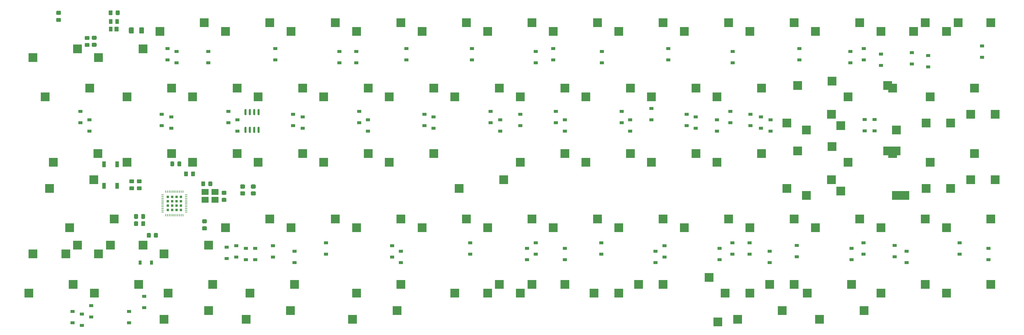
<source format=gbp>
G04 #@! TF.GenerationSoftware,KiCad,Pcbnew,(5.1.10-1-10_14)*
G04 #@! TF.CreationDate,2022-01-21T05:32:34+09:00*
G04 #@! TF.ProjectId,Jones,4a6f6e65-732e-46b6-9963-61645f706362,v.1.01 (042)*
G04 #@! TF.SameCoordinates,Original*
G04 #@! TF.FileFunction,Paste,Bot*
G04 #@! TF.FilePolarity,Positive*
%FSLAX46Y46*%
G04 Gerber Fmt 4.6, Leading zero omitted, Abs format (unit mm)*
G04 Created by KiCad (PCBNEW (5.1.10-1-10_14)) date 2022-01-21 05:32:34*
%MOMM*%
%LPD*%
G01*
G04 APERTURE LIST*
%ADD10R,2.550000X2.500000*%
%ADD11R,0.900000X1.200000*%
%ADD12R,2.100000X1.800000*%
%ADD13R,1.200000X0.900000*%
%ADD14R,1.000000X1.700000*%
%ADD15R,2.500000X2.550000*%
%ADD16R,1.200000X1.400000*%
%ADD17R,1.000000X1.400000*%
%ADD18R,0.250000X0.700000*%
%ADD19R,0.700000X0.250000*%
%ADD20R,0.772500X0.772500*%
G04 APERTURE END LIST*
D10*
X291391160Y-105435400D03*
X304318160Y-102895400D03*
X24690040Y-105435400D03*
X37617040Y-102895400D03*
X291391160Y-86385320D03*
X304318160Y-83845320D03*
D11*
X57050000Y-96500000D03*
X60350000Y-96500000D03*
G36*
G01*
X87545000Y-51850000D02*
X87845000Y-51850000D01*
G75*
G02*
X87995000Y-52000000I0J-150000D01*
G01*
X87995000Y-53450000D01*
G75*
G02*
X87845000Y-53600000I-150000J0D01*
G01*
X87545000Y-53600000D01*
G75*
G02*
X87395000Y-53450000I0J150000D01*
G01*
X87395000Y-52000000D01*
G75*
G02*
X87545000Y-51850000I150000J0D01*
G01*
G37*
G36*
G01*
X88815000Y-51850000D02*
X89115000Y-51850000D01*
G75*
G02*
X89265000Y-52000000I0J-150000D01*
G01*
X89265000Y-53450000D01*
G75*
G02*
X89115000Y-53600000I-150000J0D01*
G01*
X88815000Y-53600000D01*
G75*
G02*
X88665000Y-53450000I0J150000D01*
G01*
X88665000Y-52000000D01*
G75*
G02*
X88815000Y-51850000I150000J0D01*
G01*
G37*
G36*
G01*
X90085000Y-51850000D02*
X90385000Y-51850000D01*
G75*
G02*
X90535000Y-52000000I0J-150000D01*
G01*
X90535000Y-53450000D01*
G75*
G02*
X90385000Y-53600000I-150000J0D01*
G01*
X90085000Y-53600000D01*
G75*
G02*
X89935000Y-53450000I0J150000D01*
G01*
X89935000Y-52000000D01*
G75*
G02*
X90085000Y-51850000I150000J0D01*
G01*
G37*
G36*
G01*
X91355000Y-51850000D02*
X91655000Y-51850000D01*
G75*
G02*
X91805000Y-52000000I0J-150000D01*
G01*
X91805000Y-53450000D01*
G75*
G02*
X91655000Y-53600000I-150000J0D01*
G01*
X91355000Y-53600000D01*
G75*
G02*
X91205000Y-53450000I0J150000D01*
G01*
X91205000Y-52000000D01*
G75*
G02*
X91355000Y-51850000I150000J0D01*
G01*
G37*
G36*
G01*
X91355000Y-57000000D02*
X91655000Y-57000000D01*
G75*
G02*
X91805000Y-57150000I0J-150000D01*
G01*
X91805000Y-58600000D01*
G75*
G02*
X91655000Y-58750000I-150000J0D01*
G01*
X91355000Y-58750000D01*
G75*
G02*
X91205000Y-58600000I0J150000D01*
G01*
X91205000Y-57150000D01*
G75*
G02*
X91355000Y-57000000I150000J0D01*
G01*
G37*
G36*
G01*
X90085000Y-57000000D02*
X90385000Y-57000000D01*
G75*
G02*
X90535000Y-57150000I0J-150000D01*
G01*
X90535000Y-58600000D01*
G75*
G02*
X90385000Y-58750000I-150000J0D01*
G01*
X90085000Y-58750000D01*
G75*
G02*
X89935000Y-58600000I0J150000D01*
G01*
X89935000Y-57150000D01*
G75*
G02*
X90085000Y-57000000I150000J0D01*
G01*
G37*
G36*
G01*
X88815000Y-57000000D02*
X89115000Y-57000000D01*
G75*
G02*
X89265000Y-57150000I0J-150000D01*
G01*
X89265000Y-58600000D01*
G75*
G02*
X89115000Y-58750000I-150000J0D01*
G01*
X88815000Y-58750000D01*
G75*
G02*
X88665000Y-58600000I0J150000D01*
G01*
X88665000Y-57150000D01*
G75*
G02*
X88815000Y-57000000I150000J0D01*
G01*
G37*
G36*
G01*
X87545000Y-57000000D02*
X87845000Y-57000000D01*
G75*
G02*
X87995000Y-57150000I0J-150000D01*
G01*
X87995000Y-58600000D01*
G75*
G02*
X87845000Y-58750000I-150000J0D01*
G01*
X87545000Y-58750000D01*
G75*
G02*
X87395000Y-58600000I0J150000D01*
G01*
X87395000Y-57150000D01*
G75*
G02*
X87545000Y-57000000I150000J0D01*
G01*
G37*
D10*
X81840000Y-86385280D03*
X94767000Y-83845280D03*
X76960000Y-91465280D03*
X64033000Y-94005280D03*
D12*
X78812889Y-75971501D03*
X75912889Y-75971501D03*
X75912889Y-78271501D03*
X78812889Y-78271501D03*
D13*
X270500000Y-54850000D03*
X270500000Y-58150000D03*
G36*
G01*
X81890041Y-78850400D02*
X80990039Y-78850400D01*
G75*
G02*
X80740040Y-78600401I0J249999D01*
G01*
X80740040Y-77950399D01*
G75*
G02*
X80990039Y-77700400I249999J0D01*
G01*
X81890041Y-77700400D01*
G75*
G02*
X82140040Y-77950399I0J-249999D01*
G01*
X82140040Y-78600401D01*
G75*
G02*
X81890041Y-78850400I-249999J0D01*
G01*
G37*
G36*
G01*
X81890041Y-76800400D02*
X80990039Y-76800400D01*
G75*
G02*
X80740040Y-76550401I0J249999D01*
G01*
X80740040Y-75900399D01*
G75*
G02*
X80990039Y-75650400I249999J0D01*
G01*
X81890041Y-75650400D01*
G75*
G02*
X82140040Y-75900399I0J-249999D01*
G01*
X82140040Y-76550401D01*
G75*
G02*
X81890041Y-76800400I-249999J0D01*
G01*
G37*
D14*
X46550040Y-67920400D03*
X46550040Y-74220400D03*
X50350040Y-67920400D03*
X50350040Y-74220400D03*
G36*
G01*
X74825000Y-74050001D02*
X74825000Y-73149999D01*
G75*
G02*
X75074999Y-72900000I249999J0D01*
G01*
X75725001Y-72900000D01*
G75*
G02*
X75975000Y-73149999I0J-249999D01*
G01*
X75975000Y-74050001D01*
G75*
G02*
X75725001Y-74300000I-249999J0D01*
G01*
X75074999Y-74300000D01*
G75*
G02*
X74825000Y-74050001I0J249999D01*
G01*
G37*
G36*
G01*
X76875000Y-74050001D02*
X76875000Y-73149999D01*
G75*
G02*
X77124999Y-72900000I249999J0D01*
G01*
X77775001Y-72900000D01*
G75*
G02*
X78025000Y-73149999I0J-249999D01*
G01*
X78025000Y-74050001D01*
G75*
G02*
X77775001Y-74300000I-249999J0D01*
G01*
X77124999Y-74300000D01*
G75*
G02*
X76875000Y-74050001I0J249999D01*
G01*
G37*
G36*
G01*
X70950000Y-70249999D02*
X70950000Y-71150001D01*
G75*
G02*
X70700001Y-71400000I-249999J0D01*
G01*
X70049999Y-71400000D01*
G75*
G02*
X69800000Y-71150001I0J249999D01*
G01*
X69800000Y-70249999D01*
G75*
G02*
X70049999Y-70000000I249999J0D01*
G01*
X70700001Y-70000000D01*
G75*
G02*
X70950000Y-70249999I0J-249999D01*
G01*
G37*
G36*
G01*
X73000000Y-70249999D02*
X73000000Y-71150001D01*
G75*
G02*
X72750001Y-71400000I-249999J0D01*
G01*
X72099999Y-71400000D01*
G75*
G02*
X71850000Y-71150001I0J249999D01*
G01*
X71850000Y-70249999D01*
G75*
G02*
X72099999Y-70000000I249999J0D01*
G01*
X72750001Y-70000000D01*
G75*
G02*
X73000000Y-70249999I0J-249999D01*
G01*
G37*
D15*
X222433790Y-100890400D03*
X224973790Y-113817400D03*
D16*
X50195000Y-28575040D03*
D17*
X48475000Y-28575040D03*
X48475000Y-26375040D03*
X50375000Y-26375040D03*
G36*
G01*
X32899999Y-23250000D02*
X33800001Y-23250000D01*
G75*
G02*
X34050000Y-23499999I0J-249999D01*
G01*
X34050000Y-24150001D01*
G75*
G02*
X33800001Y-24400000I-249999J0D01*
G01*
X32899999Y-24400000D01*
G75*
G02*
X32650000Y-24150001I0J249999D01*
G01*
X32650000Y-23499999D01*
G75*
G02*
X32899999Y-23250000I249999J0D01*
G01*
G37*
G36*
G01*
X32899999Y-25300000D02*
X33800001Y-25300000D01*
G75*
G02*
X34050000Y-25549999I0J-249999D01*
G01*
X34050000Y-26200001D01*
G75*
G02*
X33800001Y-26450000I-249999J0D01*
G01*
X32899999Y-26450000D01*
G75*
G02*
X32650000Y-26200001I0J249999D01*
G01*
X32650000Y-25549999D01*
G75*
G02*
X32899999Y-25300000I249999J0D01*
G01*
G37*
G36*
G01*
X58187500Y-28325000D02*
X58187500Y-29575000D01*
G75*
G02*
X57937500Y-29825000I-250000J0D01*
G01*
X57012500Y-29825000D01*
G75*
G02*
X56762500Y-29575000I0J250000D01*
G01*
X56762500Y-28325000D01*
G75*
G02*
X57012500Y-28075000I250000J0D01*
G01*
X57937500Y-28075000D01*
G75*
G02*
X58187500Y-28325000I0J-250000D01*
G01*
G37*
G36*
G01*
X55212500Y-28325000D02*
X55212500Y-29575000D01*
G75*
G02*
X54962500Y-29825000I-250000J0D01*
G01*
X54037500Y-29825000D01*
G75*
G02*
X53787500Y-29575000I0J250000D01*
G01*
X53787500Y-28325000D01*
G75*
G02*
X54037500Y-28075000I250000J0D01*
G01*
X54962500Y-28075000D01*
G75*
G02*
X55212500Y-28325000I0J-250000D01*
G01*
G37*
G36*
G01*
X75299999Y-83950000D02*
X76200001Y-83950000D01*
G75*
G02*
X76450000Y-84199999I0J-249999D01*
G01*
X76450000Y-84850001D01*
G75*
G02*
X76200001Y-85100000I-249999J0D01*
G01*
X75299999Y-85100000D01*
G75*
G02*
X75050000Y-84850001I0J249999D01*
G01*
X75050000Y-84199999D01*
G75*
G02*
X75299999Y-83950000I249999J0D01*
G01*
G37*
G36*
G01*
X75299999Y-86000000D02*
X76200001Y-86000000D01*
G75*
G02*
X76450000Y-86249999I0J-249999D01*
G01*
X76450000Y-86900001D01*
G75*
G02*
X76200001Y-87150000I-249999J0D01*
G01*
X75299999Y-87150000D01*
G75*
G02*
X75050000Y-86900001I0J249999D01*
G01*
X75050000Y-86249999D01*
G75*
G02*
X75299999Y-86000000I249999J0D01*
G01*
G37*
G36*
G01*
X57350000Y-83550001D02*
X57350000Y-82649999D01*
G75*
G02*
X57599999Y-82400000I249999J0D01*
G01*
X58250001Y-82400000D01*
G75*
G02*
X58500000Y-82649999I0J-249999D01*
G01*
X58500000Y-83550001D01*
G75*
G02*
X58250001Y-83800000I-249999J0D01*
G01*
X57599999Y-83800000D01*
G75*
G02*
X57350000Y-83550001I0J249999D01*
G01*
G37*
G36*
G01*
X55300000Y-83550001D02*
X55300000Y-82649999D01*
G75*
G02*
X55549999Y-82400000I249999J0D01*
G01*
X56200001Y-82400000D01*
G75*
G02*
X56450000Y-82649999I0J-249999D01*
G01*
X56450000Y-83550001D01*
G75*
G02*
X56200001Y-83800000I-249999J0D01*
G01*
X55549999Y-83800000D01*
G75*
G02*
X55300000Y-83550001I0J249999D01*
G01*
G37*
G36*
G01*
X69025000Y-67349999D02*
X69025000Y-68250001D01*
G75*
G02*
X68775001Y-68500000I-249999J0D01*
G01*
X68124999Y-68500000D01*
G75*
G02*
X67875000Y-68250001I0J249999D01*
G01*
X67875000Y-67349999D01*
G75*
G02*
X68124999Y-67100000I249999J0D01*
G01*
X68775001Y-67100000D01*
G75*
G02*
X69025000Y-67349999I0J-249999D01*
G01*
G37*
G36*
G01*
X66975000Y-67349999D02*
X66975000Y-68250001D01*
G75*
G02*
X66725001Y-68500000I-249999J0D01*
G01*
X66074999Y-68500000D01*
G75*
G02*
X65825000Y-68250001I0J249999D01*
G01*
X65825000Y-67349999D01*
G75*
G02*
X66074999Y-67100000I249999J0D01*
G01*
X66725001Y-67100000D01*
G75*
G02*
X66975000Y-67349999I0J-249999D01*
G01*
G37*
G36*
G01*
X42100001Y-31700000D02*
X41199999Y-31700000D01*
G75*
G02*
X40950000Y-31450001I0J249999D01*
G01*
X40950000Y-30799999D01*
G75*
G02*
X41199999Y-30550000I249999J0D01*
G01*
X42100001Y-30550000D01*
G75*
G02*
X42350000Y-30799999I0J-249999D01*
G01*
X42350000Y-31450001D01*
G75*
G02*
X42100001Y-31700000I-249999J0D01*
G01*
G37*
G36*
G01*
X42100001Y-33750000D02*
X41199999Y-33750000D01*
G75*
G02*
X40950000Y-33500001I0J249999D01*
G01*
X40950000Y-32849999D01*
G75*
G02*
X41199999Y-32600000I249999J0D01*
G01*
X42100001Y-32600000D01*
G75*
G02*
X42350000Y-32849999I0J-249999D01*
G01*
X42350000Y-33500001D01*
G75*
G02*
X42100001Y-33750000I-249999J0D01*
G01*
G37*
G36*
G01*
X44150001Y-33700000D02*
X43249999Y-33700000D01*
G75*
G02*
X43000000Y-33450001I0J249999D01*
G01*
X43000000Y-32799999D01*
G75*
G02*
X43249999Y-32550000I249999J0D01*
G01*
X44150001Y-32550000D01*
G75*
G02*
X44400000Y-32799999I0J-249999D01*
G01*
X44400000Y-33450001D01*
G75*
G02*
X44150001Y-33700000I-249999J0D01*
G01*
G37*
G36*
G01*
X44150001Y-31650000D02*
X43249999Y-31650000D01*
G75*
G02*
X43000000Y-31400001I0J249999D01*
G01*
X43000000Y-30749999D01*
G75*
G02*
X43249999Y-30500000I249999J0D01*
G01*
X44150001Y-30500000D01*
G75*
G02*
X44400000Y-30749999I0J-249999D01*
G01*
X44400000Y-31400001D01*
G75*
G02*
X44150001Y-31650000I-249999J0D01*
G01*
G37*
G36*
G01*
X54149999Y-74350000D02*
X55050001Y-74350000D01*
G75*
G02*
X55300000Y-74599999I0J-249999D01*
G01*
X55300000Y-75250001D01*
G75*
G02*
X55050001Y-75500000I-249999J0D01*
G01*
X54149999Y-75500000D01*
G75*
G02*
X53900000Y-75250001I0J249999D01*
G01*
X53900000Y-74599999D01*
G75*
G02*
X54149999Y-74350000I249999J0D01*
G01*
G37*
G36*
G01*
X54149999Y-72300000D02*
X55050001Y-72300000D01*
G75*
G02*
X55300000Y-72549999I0J-249999D01*
G01*
X55300000Y-73200001D01*
G75*
G02*
X55050001Y-73450000I-249999J0D01*
G01*
X54149999Y-73450000D01*
G75*
G02*
X53900000Y-73200001I0J249999D01*
G01*
X53900000Y-72549999D01*
G75*
G02*
X54149999Y-72300000I249999J0D01*
G01*
G37*
G36*
G01*
X55300000Y-85650001D02*
X55300000Y-84749999D01*
G75*
G02*
X55549999Y-84500000I249999J0D01*
G01*
X56200001Y-84500000D01*
G75*
G02*
X56450000Y-84749999I0J-249999D01*
G01*
X56450000Y-85650001D01*
G75*
G02*
X56200001Y-85900000I-249999J0D01*
G01*
X55549999Y-85900000D01*
G75*
G02*
X55300000Y-85650001I0J249999D01*
G01*
G37*
G36*
G01*
X57350000Y-85650001D02*
X57350000Y-84749999D01*
G75*
G02*
X57599999Y-84500000I249999J0D01*
G01*
X58250001Y-84500000D01*
G75*
G02*
X58500000Y-84749999I0J-249999D01*
G01*
X58500000Y-85650001D01*
G75*
G02*
X58250001Y-85900000I-249999J0D01*
G01*
X57599999Y-85900000D01*
G75*
G02*
X57350000Y-85650001I0J249999D01*
G01*
G37*
G36*
G01*
X49950000Y-24250041D02*
X49950000Y-23350039D01*
G75*
G02*
X50199999Y-23100040I249999J0D01*
G01*
X50850001Y-23100040D01*
G75*
G02*
X51100000Y-23350039I0J-249999D01*
G01*
X51100000Y-24250041D01*
G75*
G02*
X50850001Y-24500040I-249999J0D01*
G01*
X50199999Y-24500040D01*
G75*
G02*
X49950000Y-24250041I0J249999D01*
G01*
G37*
G36*
G01*
X47900000Y-24250041D02*
X47900000Y-23350039D01*
G75*
G02*
X48149999Y-23100040I249999J0D01*
G01*
X48800001Y-23100040D01*
G75*
G02*
X49050000Y-23350039I0J-249999D01*
G01*
X49050000Y-24250041D01*
G75*
G02*
X48800001Y-24500040I-249999J0D01*
G01*
X48149999Y-24500040D01*
G75*
G02*
X47900000Y-24250041I0J249999D01*
G01*
G37*
G36*
G01*
X62200000Y-88149999D02*
X62200000Y-89050001D01*
G75*
G02*
X61950001Y-89300000I-249999J0D01*
G01*
X61299999Y-89300000D01*
G75*
G02*
X61050000Y-89050001I0J249999D01*
G01*
X61050000Y-88149999D01*
G75*
G02*
X61299999Y-87900000I249999J0D01*
G01*
X61950001Y-87900000D01*
G75*
G02*
X62200000Y-88149999I0J-249999D01*
G01*
G37*
G36*
G01*
X60150000Y-88149999D02*
X60150000Y-89050001D01*
G75*
G02*
X59900001Y-89300000I-249999J0D01*
G01*
X59249999Y-89300000D01*
G75*
G02*
X59000000Y-89050001I0J249999D01*
G01*
X59000000Y-88149999D01*
G75*
G02*
X59249999Y-87900000I249999J0D01*
G01*
X59900001Y-87900000D01*
G75*
G02*
X60150000Y-88149999I0J-249999D01*
G01*
G37*
G36*
G01*
X57250001Y-75500000D02*
X56349999Y-75500000D01*
G75*
G02*
X56100000Y-75250001I0J249999D01*
G01*
X56100000Y-74599999D01*
G75*
G02*
X56349999Y-74350000I249999J0D01*
G01*
X57250001Y-74350000D01*
G75*
G02*
X57500000Y-74599999I0J-249999D01*
G01*
X57500000Y-75250001D01*
G75*
G02*
X57250001Y-75500000I-249999J0D01*
G01*
G37*
G36*
G01*
X57250001Y-73450000D02*
X56349999Y-73450000D01*
G75*
G02*
X56100000Y-73200001I0J249999D01*
G01*
X56100000Y-72549999D01*
G75*
G02*
X56349999Y-72300000I249999J0D01*
G01*
X57250001Y-72300000D01*
G75*
G02*
X57500000Y-72549999I0J-249999D01*
G01*
X57500000Y-73200001D01*
G75*
G02*
X57250001Y-73450000I-249999J0D01*
G01*
G37*
D10*
X253289840Y-29235040D03*
X266216840Y-26695040D03*
X75717000Y-26695040D03*
X62790000Y-29235040D03*
X81840000Y-29235040D03*
X94767000Y-26695040D03*
X113817000Y-26695040D03*
X100890000Y-29235040D03*
X132867000Y-26695040D03*
X119940000Y-29235040D03*
X138990000Y-29235040D03*
X151917000Y-26695040D03*
X196140600Y-29235080D03*
X209067600Y-26695080D03*
X215190680Y-29235040D03*
X228117680Y-26695040D03*
X234240760Y-29235040D03*
X247167760Y-26695040D03*
X272339840Y-29235040D03*
X285266840Y-26695040D03*
X57910000Y-34315040D03*
X44983000Y-36855040D03*
X180492880Y-64795240D03*
X167565880Y-67335240D03*
X234240760Y-86385320D03*
X247167760Y-83845320D03*
X291389840Y-29235040D03*
X304316840Y-26695040D03*
X266217840Y-83845320D03*
X253290840Y-86385320D03*
X167565040Y-48285400D03*
X180492040Y-45745400D03*
X177090040Y-29235400D03*
X190017040Y-26695400D03*
X158040040Y-29235400D03*
X170967040Y-26695400D03*
X66192000Y-64795200D03*
X53265000Y-67335200D03*
X151917000Y-83845280D03*
X138990000Y-86385280D03*
X113817000Y-83845280D03*
X100890000Y-86385280D03*
X104292000Y-64795200D03*
X91365000Y-67335200D03*
X272341080Y-105435360D03*
X285268080Y-102895360D03*
X91365000Y-48285120D03*
X104292000Y-45745120D03*
X25933000Y-36855040D03*
X38860000Y-34315040D03*
X110415000Y-67335200D03*
X123342000Y-64795200D03*
X142392000Y-64795200D03*
X129465000Y-67335200D03*
X149758560Y-74955240D03*
X162685560Y-72415240D03*
X237642720Y-45745160D03*
X224715720Y-48285160D03*
X218592640Y-64795200D03*
X205665640Y-67335200D03*
X237642720Y-64795240D03*
X224715720Y-67335240D03*
X245008800Y-74955240D03*
X257935800Y-72415240D03*
X25933040Y-94005400D03*
X38860040Y-91465400D03*
X57910040Y-91465400D03*
X44983040Y-94005400D03*
X228117680Y-83845280D03*
X215190680Y-86385280D03*
X209067600Y-83845280D03*
X196140600Y-86385280D03*
X245008800Y-55905160D03*
X257935800Y-53365160D03*
X275742880Y-45745160D03*
X262815880Y-48285160D03*
X53265000Y-48285120D03*
X66192000Y-45745120D03*
X110415000Y-48285120D03*
X123342000Y-45745120D03*
X72315000Y-67335200D03*
X85242000Y-64795200D03*
X129465000Y-48285120D03*
X142392000Y-45745120D03*
X218592640Y-45745160D03*
X205665640Y-48285160D03*
X272341080Y-86385320D03*
X285268080Y-83845320D03*
X132867000Y-83845280D03*
X119940000Y-86385280D03*
X72315000Y-48285120D03*
X85242000Y-45745120D03*
X64033040Y-113055400D03*
X76960040Y-110515400D03*
X161442560Y-45745120D03*
X148515560Y-48285120D03*
X299555480Y-45745160D03*
X286628480Y-48285160D03*
X88984060Y-105435400D03*
X101911060Y-102895400D03*
X286628480Y-67335240D03*
X299555480Y-64795240D03*
X65171290Y-105435400D03*
X78098290Y-102895400D03*
X201923290Y-102895400D03*
X188996290Y-105435400D03*
X36596340Y-86385320D03*
X49523340Y-83845320D03*
X48385080Y-91465320D03*
X35458080Y-94005320D03*
X119940440Y-105435400D03*
X132867440Y-102895400D03*
X240023290Y-102895400D03*
X227096290Y-105435400D03*
X196140040Y-105435400D03*
X209067040Y-102895400D03*
X42379500Y-45745120D03*
X29452500Y-48285120D03*
X131729180Y-110515400D03*
X118802180Y-113055400D03*
D15*
X276885040Y-76960400D03*
X274345040Y-64033400D03*
D10*
X275742040Y-64795400D03*
X262815040Y-67335400D03*
D15*
X274345040Y-44983400D03*
X276885040Y-57910400D03*
D10*
X292633040Y-55905400D03*
X305560040Y-53365400D03*
X190017040Y-83845400D03*
X177090040Y-86385400D03*
X298416290Y-53365400D03*
X285489290Y-55905400D03*
X170967040Y-83845400D03*
X158040040Y-86385400D03*
X148515040Y-105435400D03*
X161442040Y-102895400D03*
X167565040Y-105435400D03*
X180492040Y-102895400D03*
X31833820Y-67335240D03*
X44760820Y-64795240D03*
X43622540Y-72415400D03*
X30695540Y-74955400D03*
X285489290Y-74955400D03*
X298416290Y-72415400D03*
X56667040Y-102895400D03*
X43740040Y-105435400D03*
X87845540Y-113055400D03*
X100772540Y-110515400D03*
X267460040Y-110515400D03*
X254533040Y-113055400D03*
X305560040Y-72415400D03*
X292633040Y-74955400D03*
X243647540Y-110515400D03*
X230720540Y-113055400D03*
X186615040Y-48285400D03*
X199542040Y-45745400D03*
D13*
X272350000Y-35850000D03*
X272350000Y-39150000D03*
X267600000Y-54850000D03*
X267600000Y-58150000D03*
X205650000Y-51650040D03*
X205650000Y-54950040D03*
X177100000Y-37550000D03*
X177100000Y-34250000D03*
X167575000Y-56650000D03*
X167575000Y-53350000D03*
X119900000Y-35100040D03*
X119900000Y-38400040D03*
X90500000Y-95700040D03*
X90500000Y-92400040D03*
X85000000Y-91600040D03*
X85000000Y-94900040D03*
X37400000Y-114050000D03*
X37400000Y-110750000D03*
X53800000Y-110750000D03*
X53800000Y-114050000D03*
X191250000Y-38400040D03*
X191250000Y-35100040D03*
X267400000Y-34250040D03*
X267400000Y-37550040D03*
X229300000Y-38400040D03*
X229300000Y-35100040D03*
X210575000Y-37550040D03*
X210575000Y-34250040D03*
X134400000Y-37550040D03*
X134400000Y-34250040D03*
X96300000Y-37550040D03*
X96300000Y-34250040D03*
X76900000Y-38400040D03*
X76900000Y-35100040D03*
X67600000Y-35100040D03*
X67600000Y-38400040D03*
X172050040Y-90750400D03*
X172050040Y-94050400D03*
X169450000Y-95700040D03*
X169450000Y-92400040D03*
X286100000Y-36250520D03*
X286100000Y-39550520D03*
X228550000Y-55850040D03*
X228550000Y-52550040D03*
X215900000Y-53350040D03*
X215900000Y-56650040D03*
X139700000Y-53350040D03*
X139700000Y-56650040D03*
X101500000Y-56650040D03*
X101500000Y-53350040D03*
X82700000Y-55850040D03*
X82700000Y-52550040D03*
X39700000Y-52550040D03*
X39700000Y-55850040D03*
X197000000Y-52550040D03*
X197000000Y-55850040D03*
X199500000Y-58250040D03*
X199500000Y-54950040D03*
X191050040Y-94050400D03*
X191050040Y-90750400D03*
X224656250Y-58250040D03*
X224656250Y-54950040D03*
X218500000Y-57450040D03*
X218500000Y-54150040D03*
X142300000Y-57450040D03*
X142300000Y-54150040D03*
X104300000Y-54150040D03*
X104300000Y-57450040D03*
X85300000Y-58250040D03*
X85300000Y-54950040D03*
X42350000Y-58250040D03*
X42350000Y-54950040D03*
X180500040Y-95700040D03*
X180500040Y-92400040D03*
X276350000Y-94850040D03*
X276350000Y-91550040D03*
X234200000Y-90750000D03*
X234200000Y-94050000D03*
X229200000Y-90750000D03*
X229200000Y-94050000D03*
X240250000Y-54950000D03*
X240250000Y-58250000D03*
X209450000Y-91600040D03*
X209450000Y-94900040D03*
X130250000Y-91600040D03*
X130250000Y-94900040D03*
X95650000Y-94900040D03*
X95650000Y-91600040D03*
X82200000Y-92050000D03*
X82200000Y-95350000D03*
X42800000Y-109050000D03*
X42800000Y-112350000D03*
X303600000Y-92400040D03*
X303600000Y-95700040D03*
X279850000Y-93250040D03*
X279850000Y-96550040D03*
X240025000Y-96550040D03*
X240025000Y-93250040D03*
X132850000Y-96500040D03*
X132850000Y-93200040D03*
X101900040Y-96500040D03*
X101900040Y-93200040D03*
X40100000Y-114850000D03*
X40100000Y-111550000D03*
X172000000Y-35100040D03*
X172000000Y-38400040D03*
X301700000Y-36750000D03*
X301700000Y-33450000D03*
X263500000Y-38400000D03*
X263500000Y-35100000D03*
X248650000Y-37550040D03*
X248650000Y-34250040D03*
X153450000Y-37550040D03*
X153450000Y-34250040D03*
X115000000Y-38400040D03*
X115000000Y-35100040D03*
X65000000Y-37550040D03*
X65000000Y-34250040D03*
X63300000Y-56650040D03*
X63300000Y-53350040D03*
X177900000Y-52550040D03*
X177900000Y-55850040D03*
X281300000Y-38750520D03*
X281300000Y-35450520D03*
X234450000Y-53350000D03*
X234450000Y-56650000D03*
X158900000Y-55850040D03*
X158900000Y-52550040D03*
X120700000Y-55850040D03*
X120700000Y-52550040D03*
X66100000Y-54150040D03*
X66100000Y-57450040D03*
X180500000Y-58250040D03*
X180500000Y-54950040D03*
X237450000Y-57450000D03*
X237450000Y-54150000D03*
X161700000Y-58250040D03*
X161700000Y-54950040D03*
X123300000Y-54950040D03*
X123300000Y-58250040D03*
X58200000Y-109650000D03*
X58200000Y-106350000D03*
X295250000Y-94050000D03*
X295250000Y-90750000D03*
X263830040Y-92400040D03*
X263830040Y-95700040D03*
X267300000Y-94050000D03*
X267300000Y-90750000D03*
X247850000Y-91550040D03*
X247850000Y-94850040D03*
X153000000Y-94050400D03*
X153000000Y-90750400D03*
X206850000Y-96500040D03*
X206850000Y-93200040D03*
X111050000Y-94100040D03*
X111050000Y-90800040D03*
X87800000Y-92400040D03*
X87800000Y-95700040D03*
D10*
X186615040Y-67335400D03*
X199542040Y-64795400D03*
X234240040Y-105435400D03*
X247167040Y-102895400D03*
D13*
X225450000Y-95700040D03*
X225450000Y-92400040D03*
D10*
X250908790Y-105435400D03*
X263835790Y-102895400D03*
X158040040Y-105435400D03*
X170967040Y-102895400D03*
D15*
X279266250Y-76960040D03*
X276726250Y-64033040D03*
D10*
X281865000Y-29235040D03*
X294792000Y-26695040D03*
G36*
G01*
X89499999Y-75800000D02*
X90400001Y-75800000D01*
G75*
G02*
X90650000Y-76049999I0J-249999D01*
G01*
X90650000Y-76750001D01*
G75*
G02*
X90400001Y-77000000I-249999J0D01*
G01*
X89499999Y-77000000D01*
G75*
G02*
X89250000Y-76750001I0J249999D01*
G01*
X89250000Y-76049999D01*
G75*
G02*
X89499999Y-75800000I249999J0D01*
G01*
G37*
G36*
G01*
X89499999Y-73800000D02*
X90400001Y-73800000D01*
G75*
G02*
X90650000Y-74049999I0J-249999D01*
G01*
X90650000Y-74750001D01*
G75*
G02*
X90400001Y-75000000I-249999J0D01*
G01*
X89499999Y-75000000D01*
G75*
G02*
X89250000Y-74750001I0J249999D01*
G01*
X89250000Y-74049999D01*
G75*
G02*
X89499999Y-73800000I249999J0D01*
G01*
G37*
G36*
G01*
X86399999Y-73800000D02*
X87300001Y-73800000D01*
G75*
G02*
X87550000Y-74049999I0J-249999D01*
G01*
X87550000Y-74750001D01*
G75*
G02*
X87300001Y-75000000I-249999J0D01*
G01*
X86399999Y-75000000D01*
G75*
G02*
X86150000Y-74750001I0J249999D01*
G01*
X86150000Y-74049999D01*
G75*
G02*
X86399999Y-73800000I249999J0D01*
G01*
G37*
G36*
G01*
X86399999Y-75800000D02*
X87300001Y-75800000D01*
G75*
G02*
X87550000Y-76049999I0J-249999D01*
G01*
X87550000Y-76750001D01*
G75*
G02*
X87300001Y-77000000I-249999J0D01*
G01*
X86399999Y-77000000D01*
G75*
G02*
X86150000Y-76750001I0J249999D01*
G01*
X86150000Y-76049999D01*
G75*
G02*
X86399999Y-75800000I249999J0D01*
G01*
G37*
D15*
X248151250Y-44983520D03*
X250691250Y-57910520D03*
X258152540Y-43740400D03*
X260692540Y-56667400D03*
X250691250Y-76960520D03*
X248151250Y-64033520D03*
X260692540Y-75717400D03*
X258152540Y-62790400D03*
D18*
X64500000Y-75910000D03*
X65000000Y-75910000D03*
X65500000Y-75910000D03*
X66000000Y-75910000D03*
X66500000Y-75910000D03*
X67000000Y-75910000D03*
X67500000Y-75910000D03*
X68000000Y-75910000D03*
X68500000Y-75910000D03*
X69000000Y-75910000D03*
X69500000Y-75910000D03*
D19*
X70400000Y-76810000D03*
X70400000Y-77310000D03*
X70400000Y-77810000D03*
X70400000Y-78310000D03*
X70400000Y-78810000D03*
X70400000Y-79310000D03*
X70400000Y-79810000D03*
X70400000Y-80310000D03*
X70400000Y-80810000D03*
X70400000Y-81310000D03*
X70400000Y-81810000D03*
D18*
X69500000Y-82710000D03*
X69000000Y-82710000D03*
X68500000Y-82710000D03*
X68000000Y-82710000D03*
X67500000Y-82710000D03*
X67000000Y-82710000D03*
X66500000Y-82710000D03*
X66000000Y-82710000D03*
X65500000Y-82710000D03*
X65000000Y-82710000D03*
X64500000Y-82710000D03*
D19*
X63600000Y-81810000D03*
X63600000Y-81310000D03*
X63600000Y-80810000D03*
X63600000Y-80310000D03*
X63600000Y-79810000D03*
X63600000Y-79310000D03*
X63600000Y-78810000D03*
X63600000Y-78310000D03*
X63600000Y-77810000D03*
X63600000Y-77310000D03*
X63600000Y-76810000D03*
D20*
X68931250Y-81241250D03*
X67643750Y-81241250D03*
X66356250Y-81241250D03*
X65068750Y-81241250D03*
X68931250Y-79953750D03*
X67643750Y-79953750D03*
X66356250Y-79953750D03*
X65068750Y-79953750D03*
X68931250Y-78666250D03*
X67643750Y-78666250D03*
X66356250Y-78666250D03*
X65068750Y-78666250D03*
X68931250Y-77378750D03*
X67643750Y-77378750D03*
X66356250Y-77378750D03*
X65068750Y-77378750D03*
M02*

</source>
